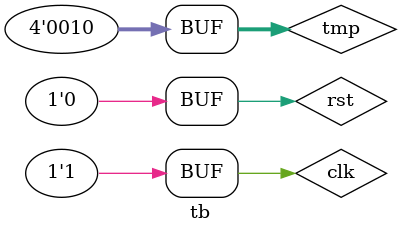
<source format=sv>
`timescale 1ns/1ps

module tb();
  
  reg clk;
  reg rst;
  reg [3:0] tmp;
  
  //1. initialize the variables 
  initial begin 
    clk=1'b0;
    rst=1'b1;
    #10
    clk=1'b1;
    rst=1'b0;   
  end
  
  //2. Generate random values for data/control signals 
  initial begin 
    tmp=4'b0101;
    #10
    tmp=4'b1010;
    #10
    tmp=4'b0010;   
  end
  
  //3.Display values on the console 
  initial begin 
    $monitor("Value of temp:%d at time:%0t", tmp, $time);
  end
  
  //4.Display the waveform 
  initial begin 
    $dumpfile("dump.vcd");
    $dumpvars;   
  end
  
endmodule

</source>
